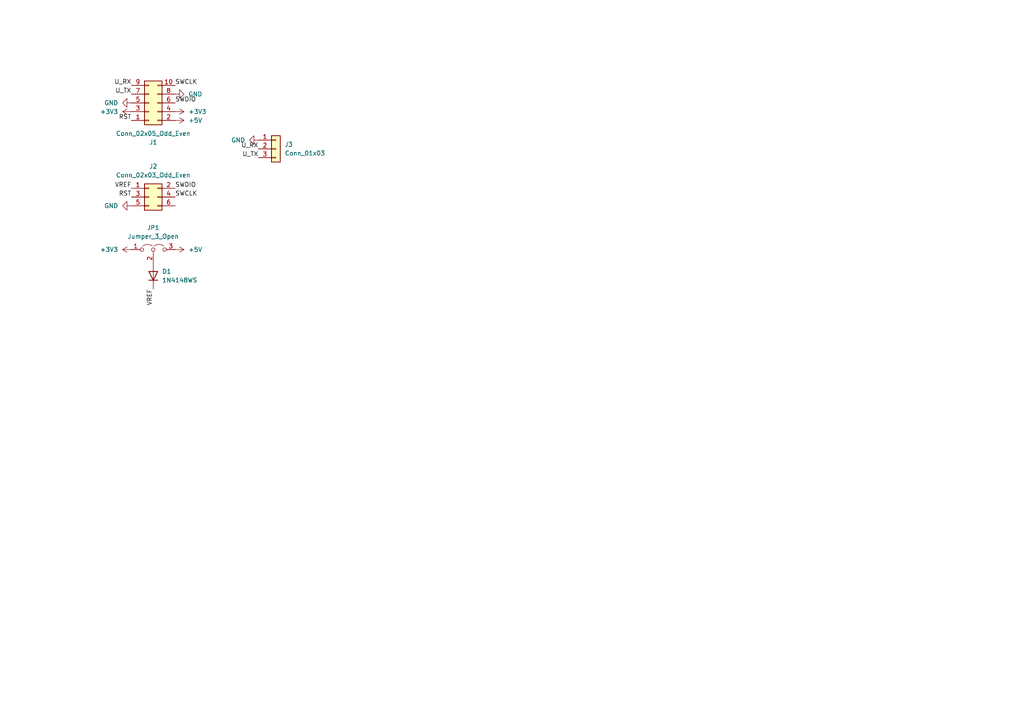
<source format=kicad_sch>
(kicad_sch (version 20231120) (generator "eeschema") (generator_version "8.0")
  (paper "A4")
  (title_block (title "WCH-Link-E to Tagconnect 6-pin") (date "2025-01-24") (rev "0.1"))
  (lib_symbols
    (symbol "Connector_Generic:Conn_01x03" (pin_names (offset 1.016) hide)
      (property "Reference" "J" (at 0 5.08 0))
      (property "Value" "Conn_01x03" (at 0 -5.08 0))
      (symbol "Conn_01x03_1_1"
        (rectangle (start -1.27 -2.413) (end 0 -2.667) (stroke (width 0.1524)))
        (rectangle (start -1.27 0.127) (end 0 -0.127) (stroke (width 0.1524)))
        (rectangle (start -1.27 2.667) (end 0 2.413) (stroke (width 0.1524)))
        (rectangle (start -1.27 3.81) (end 1.27 -3.81) (stroke (width 0.254)) (fill (type background)))
        (pin passive line (at -5.08 2.54 0) (length 3.81) (name "Pin_1") (number "1"))
        (pin passive line (at -5.08 0 0) (length 3.81) (name "Pin_2") (number "2"))
        (pin passive line (at -5.08 -2.54 0) (length 3.81) (name "Pin_3") (number "3"))
      )
    )
    (symbol "Connector_Generic:Conn_02x03_Odd_Even" (pin_names (offset 1.016) hide)
      (property "Reference" "J" (at 1.27 5.08 0))
      (property "Value" "Conn_02x03_Odd_Even" (at 1.27 -5.08 0))
      (symbol "Conn_02x03_Odd_Even_1_1"
        (rectangle (start -1.27 -2.413) (end 0 -2.667) (stroke (width 0.1524)))
        (rectangle (start -1.27 0.127) (end 0 -0.127) (stroke (width 0.1524)))
        (rectangle (start -1.27 2.667) (end 0 2.413) (stroke (width 0.1524)))
        (rectangle (start -1.27 3.81) (end 3.81 -3.81) (stroke (width 0.254)) (fill (type background)))
        (rectangle (start 3.81 -2.413) (end 2.54 -2.667) (stroke (width 0.1524)))
        (rectangle (start 3.81 0.127) (end 2.54 -0.127) (stroke (width 0.1524)))
        (rectangle (start 3.81 2.667) (end 2.54 2.413) (stroke (width 0.1524)))
        (pin passive line (at -5.08 2.54 0) (length 3.81) (name "Pin_1") (number "1"))
        (pin passive line (at 7.62 2.54 180) (length 3.81) (name "Pin_2") (number "2"))
        (pin passive line (at -5.08 0 0) (length 3.81) (name "Pin_3") (number "3"))
        (pin passive line (at 7.62 0 180) (length 3.81) (name "Pin_4") (number "4"))
        (pin passive line (at -5.08 -2.54 0) (length 3.81) (name "Pin_5") (number "5"))
        (pin passive line (at 7.62 -2.54 180) (length 3.81) (name "Pin_6") (number "6"))
      )
    )
    (symbol "Connector_Generic:Conn_02x05_Odd_Even" (pin_names (offset 1.016) hide)
      (property "Reference" "J" (at 1.27 7.62 0))
      (property "Value" "Conn_02x05_Odd_Even" (at 1.27 -7.62 0))
      (symbol "Conn_02x05_Odd_Even_1_1"
        (rectangle (start -1.27 -4.953) (end 0 -5.207) (stroke (width 0.1524)))
        (rectangle (start -1.27 -2.413) (end 0 -2.667) (stroke (width 0.1524)))
        (rectangle (start -1.27 0.127) (end 0 -0.127) (stroke (width 0.1524)))
        (rectangle (start -1.27 2.667) (end 0 2.413) (stroke (width 0.1524)))
        (rectangle (start -1.27 5.207) (end 0 4.953) (stroke (width 0.1524)))
        (rectangle (start -1.27 6.35) (end 3.81 -6.35) (stroke (width 0.254)) (fill (type background)))
        (rectangle (start 3.81 -4.953) (end 2.54 -5.207) (stroke (width 0.1524)))
        (rectangle (start 3.81 -2.413) (end 2.54 -2.667) (stroke (width 0.1524)))
        (rectangle (start 3.81 0.127) (end 2.54 -0.127) (stroke (width 0.1524)))
        (rectangle (start 3.81 2.667) (end 2.54 2.413) (stroke (width 0.1524)))
        (rectangle (start 3.81 5.207) (end 2.54 4.953) (stroke (width 0.1524)))
        (pin passive line (at -5.08 5.08 0) (length 3.81) (name "Pin_1") (number "1"))
        (pin passive line (at 7.62 -5.08 180) (length 3.81) (name "Pin_10") (number "10"))
        (pin passive line (at 7.62 5.08 180) (length 3.81) (name "Pin_2") (number "2"))
        (pin passive line (at -5.08 2.54 0) (length 3.81) (name "Pin_3") (number "3"))
        (pin passive line (at 7.62 2.54 180) (length 3.81) (name "Pin_4") (number "4"))
        (pin passive line (at -5.08 0 0) (length 3.81) (name "Pin_5") (number "5"))
        (pin passive line (at 7.62 0 180) (length 3.81) (name "Pin_6") (number "6"))
        (pin passive line (at -5.08 -2.54 0) (length 3.81) (name "Pin_7") (number "7"))
        (pin passive line (at 7.62 -2.54 180) (length 3.81) (name "Pin_8") (number "8"))
        (pin passive line (at -5.08 -5.08 0) (length 3.81) (name "Pin_9") (number "9"))
      )
    )
    (symbol "Diode:1N4148WS" (pin_numbers hide) (pin_names hide)
      (property "Reference" "D" (at 0 2.54 0))
      (property "Value" "1N4148WS" (at 0 -2.54 0))
      (symbol "1N4148WS_0_1"
        (polyline (pts (xy -1.27 1.27) (xy -1.27 -1.27)) (stroke (width 0.254)))
        (polyline (pts (xy 1.27 0) (xy -1.27 0)))
        (polyline (pts (xy 1.27 1.27) (xy 1.27 -1.27) (xy -1.27 0) (xy 1.27 1.27)) (stroke (width 0.254)))
      )
      (symbol "1N4148WS_1_1"
        (pin passive line (at -3.81 0 0) (length 2.54) (name "K") (number "1"))
        (pin passive line (at 3.81 0 180) (length 2.54) (name "A") (number "2"))
      )
    )
    (symbol "Jumper:Jumper_3_Open" (pin_names (offset 0) hide) (exclude_from_sim yes) (in_bom no)
      (property "Reference" "JP" (at -2.54 -2.54 0))
      (property "Value" "Jumper_3_Open" (at 0 2.794 0))
      (symbol "Jumper_3_Open_0_0"
        (circle (center -3.302 0) (radius 0.508))
        (circle (center 0 0) (radius 0.508))
        (circle (center 3.302 0) (radius 0.508))
      )
      (symbol "Jumper_3_Open_0_1"
        (arc (start -0.254 1.016) (mid -1.651 1.4992) (end -3.048 1.016))
        (polyline (pts (xy 0 -0.508) (xy 0 -1.27)))
        (arc (start 3.048 1.016) (mid 1.651 1.4992) (end 0.254 1.016))
      )
      (symbol "Jumper_3_Open_1_1"
        (pin passive line (at -6.35 0 0) (length 2.54) (name "A") (number "1"))
        (pin passive line (at 0 -3.81 90) (length 2.54) (name "C") (number "2"))
        (pin passive line (at 6.35 0 180) (length 2.54) (name "B") (number "3"))
      )
    )
    (symbol "power:+3V3" (power) (pin_numbers hide) (pin_names (offset 0) hide)
      (property "Value" "+3V3" (at 0 3.556 0))
      (symbol "+3V3_0_1"
        (polyline (pts (xy -0.762 1.27) (xy 0 2.54)))
        (polyline (pts (xy 0 0) (xy 0 2.54)))
        (polyline (pts (xy 0 2.54) (xy 0.762 1.27)))
      )
      (symbol "+3V3_1_1"
        (pin power_in line (at 0 0 90) (length 0) (name "~") (number "1"))
      )
    )
    (symbol "power:+5V" (power) (pin_numbers hide) (pin_names (offset 0) hide)
      (property "Value" "+5V" (at 0 3.556 0))
      (symbol "+5V_0_1"
        (polyline (pts (xy -0.762 1.27) (xy 0 2.54)))
        (polyline (pts (xy 0 0) (xy 0 2.54)))
        (polyline (pts (xy 0 2.54) (xy 0.762 1.27)))
      )
      (symbol "+5V_1_1"
        (pin power_in line (at 0 0 90) (length 0) (name "~") (number "1"))
      )
    )
    (symbol "power:GND" (power) (pin_numbers hide) (pin_names (offset 0) hide)
      (property "Value" "GND" (at 0 -3.81 0))
      (symbol "GND_0_1"
        (polyline (pts (xy 0 0) (xy 0 -1.27) (xy 1.27 -1.27) (xy 0 -2.54) (xy -1.27 -1.27) (xy 0 -1.27)))
      )
      (symbol "GND_1_1"
        (pin power_in line (at 0 0 270) (length 0) (name "~") (number "1"))
      )
    )
  )
  (label "U_TX" (at 38.1 27.305 180))
  (label "SWCLK" (at 50.8 57.15 0))
  (label "SWCLK" (at 50.8 24.765 0))
  (label "RST" (at 38.1 57.15 180))
  (label "VREF" (at 44.45 83.82 270))
  (label "RST" (at 38.1 34.925 180))
  (label "SWDIO" (at 50.8 29.845 0))
  (label "U_RX" (at 74.93 43.18 180))
  (label "VREF" (at 38.1 54.61 180))
  (label "U_RX" (at 38.1 24.765 180))
  (label "SWDIO" (at 50.8 54.61 0))
  (label "U_TX" (at 74.93 45.72 180))
  (symbol (lib_id "power:+5V") (at 50.8 72.39 270) (mirror x) (unit 1)
    (property "Reference" "#PWR07" (effects (hide yes)))
    (property "Value" "+5V" (at 54.61 72.3901 90) (effects (justify left)))
    (property "Description" "Power symbol creates a global label with name \"+5V\"" (effects (hide yes)))
  )
  (symbol (lib_id "Connector_Generic:Conn_02x03_Odd_Even") (at 43.18 57.15 0) (unit 1)
    (property "Reference" "J2" (at 44.45 48.26 0))
    (property "Value" "Conn_02x03_Odd_Even" (at 44.45 50.8 0))
    (property "Footprint" "Connector_IDC:IDC-Header_2x03_P2.54mm_Vertical" (effects (hide yes)))
    (property "Description" "Generic connector, double row, 02x03, odd/even pin numbering scheme (row 1 odd numbers, row 2 even numbers), script generated (kicad-library-utils/schlib/autogen/connector/)" (effects (hide yes)))
  )
  (symbol (lib_id "power:GND") (at 74.93 40.64 270) (mirror x) (unit 1)
    (property "Reference" "#PWR08" (effects (hide yes)))
    (property "Value" "GND" (at 71.12 40.6399 90) (effects (justify right)))
    (property "Description" "Power symbol creates a global label with name \"GND\" , ground" (effects (hide yes)))
  )
  (symbol (lib_id "power:GND") (at 38.1 59.69 270) (mirror x) (unit 1)
    (property "Reference" "#PWR09" (effects (hide yes)))
    (property "Value" "GND" (at 34.29 59.6901 90) (effects (justify right)))
    (property "Description" "Power symbol creates a global label with name \"GND\" , ground" (effects (hide yes)))
  )
  (symbol (lib_id "power:+3V3") (at 50.8 32.385 270) (mirror x) (unit 1)
    (property "Reference" "#PWR03" (effects (hide yes)))
    (property "Value" "+3V3" (at 54.61 32.3851 90) (effects (justify left)))
    (property "Description" "Power symbol creates a global label with name \"+3V3\"" (effects (hide yes)))
  )
  (symbol (lib_id "Jumper:Jumper_3_Open") (at 44.45 72.39 0) (unit 1) (exclude_from_sim yes) (in_bom no)
    (property "Reference" "JP1" (at 44.45 66.04 0))
    (property "Value" "Jumper_3_Open" (at 44.45 68.58 0))
    (property "Footprint" "Connector_PinHeader_2.54mm:PinHeader_1x03_P2.54mm_Vertical" (effects (hide yes)))
    (property "Description" "Jumper, 3-pole, both open" (effects (hide yes)))
  )
  (symbol (lib_id "power:+5V") (at 50.8 34.925 270) (mirror x) (unit 1)
    (property "Reference" "#PWR01" (effects (hide yes)))
    (property "Value" "+5V" (at 54.61 34.9251 90) (effects (justify left)))
    (property "Description" "Power symbol creates a global label with name \"+5V\"" (effects (hide yes)))
  )
  (symbol (lib_id "Diode:1N4148WS") (at 44.45 80.01 90) (unit 1)
    (property "Reference" "D1" (at 46.99 78.7399 90) (effects (justify right)))
    (property "Value" "1N4148WS" (at 46.99 81.2799 90) (effects (justify right)))
    (property "Footprint" "Diode_SMD:D_SOD-323" (effects (hide yes)))
    (property "Datasheet" "https://www.vishay.com/docs/85751/1n4148ws.pdf" (effects (hide yes)))
    (property "Description" "75V 0.15A Fast switching Diode, SOD-323" (effects (hide yes)))
    (property "Sim.Device" "D" (effects (hide yes)))
    (property "Sim.Pins" "1=K 2=A" (effects (hide yes)))
  )
  (symbol (lib_id "power:GND") (at 50.8 27.305 90) (mirror x) (unit 1)
    (property "Reference" "#PWR05" (effects (hide yes)))
    (property "Value" "GND" (at 54.61 27.3051 90) (effects (justify right)))
    (property "Description" "Power symbol creates a global label with name \"GND\" , ground" (effects (hide yes)))
  )
  (symbol (lib_id "power:GND") (at 38.1 29.845 270) (mirror x) (unit 1)
    (property "Reference" "#PWR04" (effects (hide yes)))
    (property "Value" "GND" (at 34.29 29.8451 90) (effects (justify right)))
    (property "Description" "Power symbol creates a global label with name \"GND\" , ground" (effects (hide yes)))
  )
  (symbol (lib_id "power:+3V3") (at 38.1 32.385 90) (mirror x) (unit 1)
    (property "Reference" "#PWR02" (effects (hide yes)))
    (property "Value" "+3V3" (at 34.29 32.3851 90) (effects (justify left)))
    (property "Description" "Power symbol creates a global label with name \"+3V3\"" (effects (hide yes)))
  )
  (symbol (lib_id "power:+3V3") (at 38.1 72.39 90) (mirror x) (unit 1)
    (property "Reference" "#PWR06" (effects (hide yes)))
    (property "Value" "+3V3" (at 34.29 72.3901 90) (effects (justify left)))
    (property "Description" "Power symbol creates a global label with name \"+3V3\"" (effects (hide yes)))
  )
  (symbol (lib_id "Connector_Generic:Conn_01x03") (at 80.01 43.18 0) (unit 1)
    (property "Reference" "J3" (at 82.55 41.9099 0) (effects (justify left)))
    (property "Value" "Conn_01x03" (at 82.55 44.4499 0) (effects (justify left)))
    (property "Footprint" "Connector_PinHeader_2.54mm:PinHeader_1x03_P2.54mm_Vertical" (effects (hide yes)))
    (property "Description" "Generic connector, single row, 01x03, script generated (kicad-library-utils/schlib/autogen/connector/)" (effects (hide yes)))
  )
  (symbol (lib_id "Connector_Generic:Conn_02x05_Odd_Even") (at 43.18 29.845 0) (mirror x) (unit 1)
    (property "Reference" "J1" (at 44.45 41.275 0))
    (property "Value" "Conn_02x05_Odd_Even" (at 44.45 38.735 0))
    (property "Footprint" "Connector_IDC:IDC-Header_2x05_P2.54mm_Horizontal" (effects (hide yes)))
    (property "Description" "Generic connector, double row, 02x05, odd/even pin numbering scheme (row 1 odd numbers, row 2 even numbers), script generated (kicad-library-utils/schlib/autogen/connector/)" (effects (hide yes)))
  )
)
</source>
